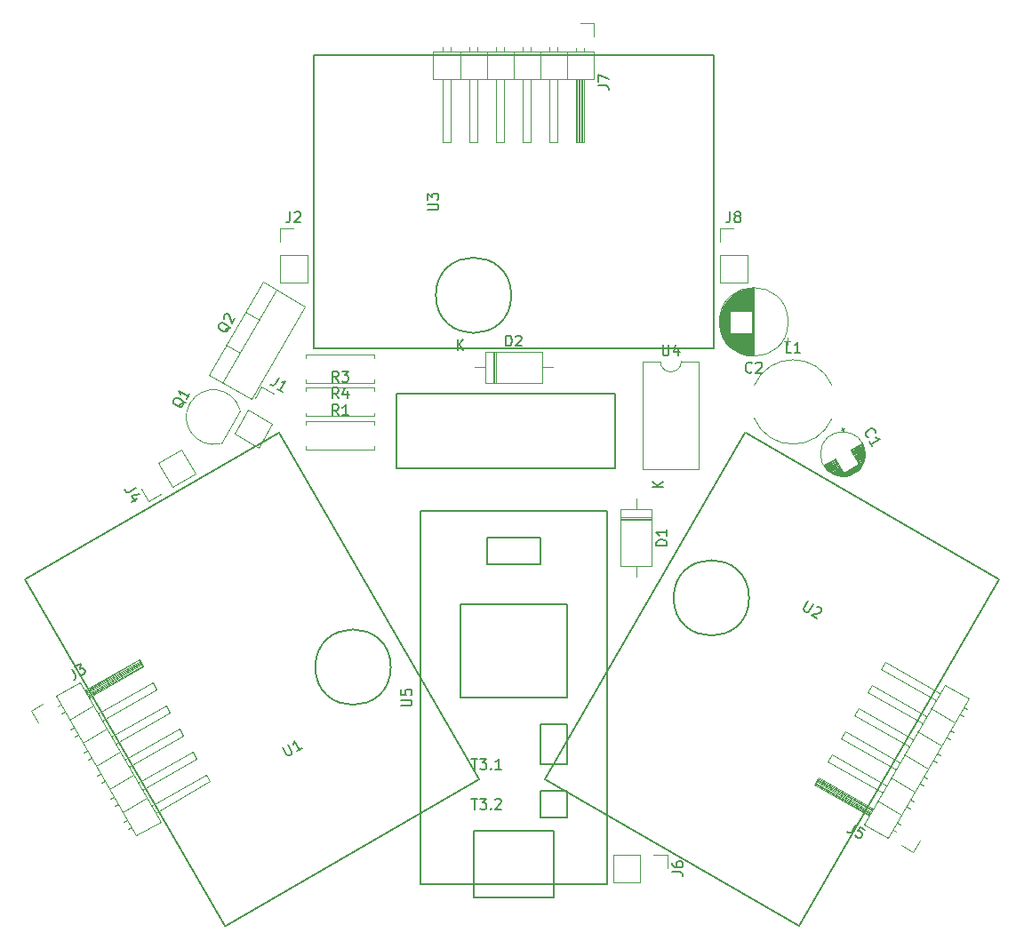
<source format=gto>
G04 #@! TF.GenerationSoftware,KiCad,Pcbnew,5.0.2-bee76a0~70~ubuntu18.04.1*
G04 #@! TF.CreationDate,2019-01-29T21:25:52+01:00*
G04 #@! TF.ProjectId,Robot Propulsion V2,526f626f-7420-4507-926f-70756c73696f,rev?*
G04 #@! TF.SameCoordinates,Original*
G04 #@! TF.FileFunction,Legend,Top*
G04 #@! TF.FilePolarity,Positive*
%FSLAX46Y46*%
G04 Gerber Fmt 4.6, Leading zero omitted, Abs format (unit mm)*
G04 Created by KiCad (PCBNEW 5.0.2-bee76a0~70~ubuntu18.04.1) date mar. 29 janv. 2019 21:25:52 CET*
%MOMM*%
%LPD*%
G01*
G04 APERTURE LIST*
%ADD10C,0.200000*%
%ADD11C,0.150000*%
%ADD12C,0.120000*%
G04 APERTURE END LIST*
D10*
X107874000Y-66068000D02*
X108382000Y-66068000D01*
X107874000Y-73180000D02*
X107874000Y-66068000D01*
X128702000Y-73180000D02*
X107874000Y-73180000D01*
X128702000Y-66068000D02*
X128702000Y-73180000D01*
X108382000Y-66068000D02*
X128702000Y-66068000D01*
D11*
G04 #@! TO.C,U2*
X165294054Y-83723216D02*
X141131946Y-69773216D01*
X146261375Y-116728784D02*
X165311375Y-83733216D01*
X122064625Y-102758784D02*
X146261375Y-116728784D01*
X141114625Y-69763216D02*
X122064625Y-102758784D01*
X141486137Y-85501443D02*
G75*
G03X141486137Y-85501443I-3592103J0D01*
G01*
G04 #@! TO.C,U5*
X127940000Y-112804000D02*
X110160000Y-112804000D01*
X127940000Y-77244000D02*
X127940000Y-112804000D01*
X110160000Y-77244000D02*
X127940000Y-77244000D01*
X110160000Y-112804000D02*
X110160000Y-77244000D01*
X124130000Y-86134000D02*
X124130000Y-95024000D01*
X113970000Y-86134000D02*
X113970000Y-95024000D01*
X113970000Y-95024000D02*
X124130000Y-95024000D01*
X124130000Y-86134000D02*
X113970000Y-86134000D01*
X116510000Y-82324000D02*
X116510000Y-79784000D01*
X121590000Y-82324000D02*
X116510000Y-82324000D01*
X121590000Y-79784000D02*
X121590000Y-82324000D01*
X116510000Y-79784000D02*
X121590000Y-79784000D01*
X121590000Y-106454000D02*
X124130000Y-106454000D01*
X121590000Y-103914000D02*
X121590000Y-106454000D01*
X124130000Y-103914000D02*
X121590000Y-103914000D01*
X124130000Y-106454000D02*
X124130000Y-103914000D01*
X122860000Y-107724000D02*
X122860000Y-112804000D01*
X115240000Y-107724000D02*
X115240000Y-112804000D01*
X122860000Y-107724000D02*
X115240000Y-107724000D01*
X121590000Y-101374000D02*
X124130000Y-101374000D01*
X121590000Y-97564000D02*
X121590000Y-101374000D01*
X124130000Y-97564000D02*
X121590000Y-97564000D01*
X124130000Y-101374000D02*
X124130000Y-97564000D01*
X115240000Y-114074000D02*
X115240000Y-112804000D01*
X122860000Y-114074000D02*
X115240000Y-114074000D01*
X122860000Y-112804000D02*
X122860000Y-114074000D01*
G04 #@! TO.C,U1*
X91601946Y-116718784D02*
X115764054Y-102768784D01*
X72534625Y-83733216D02*
X91584625Y-116728784D01*
X96731375Y-69763216D02*
X72534625Y-83733216D01*
X115781375Y-102758784D02*
X96731375Y-69763216D01*
X107354069Y-92100557D02*
G75*
G03X107354069Y-92100557I-3592103J0D01*
G01*
D12*
G04 #@! TO.C,D1*
X132204000Y-77844000D02*
X129264000Y-77844000D01*
X132204000Y-78084000D02*
X129264000Y-78084000D01*
X132204000Y-77964000D02*
X129264000Y-77964000D01*
X130734000Y-83524000D02*
X130734000Y-82504000D01*
X130734000Y-76044000D02*
X130734000Y-77064000D01*
X132204000Y-82504000D02*
X132204000Y-77064000D01*
X129264000Y-82504000D02*
X132204000Y-82504000D01*
X129264000Y-77064000D02*
X129264000Y-82504000D01*
X132204000Y-77064000D02*
X129264000Y-77064000D01*
G04 #@! TO.C,Q1*
X92986407Y-67597219D02*
G75*
G03X88223334Y-66970148I-2511407J-672929D01*
G01*
X91147929Y-70781555D02*
G75*
G02X88223334Y-66970148I-672929J2511407D01*
G01*
X91177147Y-70753993D02*
X92977147Y-67636302D01*
G04 #@! TO.C,U4*
X136686000Y-62960000D02*
X135036000Y-62960000D01*
X136686000Y-73240000D02*
X136686000Y-62960000D01*
X131386000Y-73240000D02*
X136686000Y-73240000D01*
X131386000Y-62960000D02*
X131386000Y-73240000D01*
X133036000Y-62960000D02*
X131386000Y-62960000D01*
X135036000Y-62960000D02*
G75*
G02X133036000Y-62960000I-1000000J0D01*
G01*
D11*
G04 #@! TO.C,U3*
X100000000Y-33830000D02*
X100000000Y-61730000D01*
X138100000Y-33810000D02*
X100000000Y-33810000D01*
X138100000Y-61750000D02*
X138100000Y-33810000D01*
X100000000Y-61750000D02*
X138100000Y-61750000D01*
X118832102Y-56670000D02*
G75*
G03X118832102Y-56670000I-3592102J0D01*
G01*
D12*
G04 #@! TO.C,J3*
X73119148Y-96255739D02*
X74219000Y-95620739D01*
X73754148Y-97355591D02*
X73119148Y-96255739D01*
X82297203Y-107526739D02*
X82641077Y-107328203D01*
X81917203Y-106868559D02*
X82261077Y-106670024D01*
X90140857Y-102998203D02*
X84944704Y-105998203D01*
X89760857Y-102340024D02*
X90140857Y-102998203D01*
X84564704Y-105340024D02*
X89760857Y-102340024D01*
X81816077Y-105899261D02*
X84119704Y-104569261D01*
X81027203Y-105327034D02*
X81371077Y-105128499D01*
X80647203Y-104668855D02*
X80991077Y-104470319D01*
X88870857Y-100798499D02*
X83674704Y-103798499D01*
X88490857Y-100140319D02*
X88870857Y-100798499D01*
X83294704Y-103140319D02*
X88490857Y-100140319D01*
X80546077Y-103699557D02*
X82849704Y-102369557D01*
X79757203Y-103127330D02*
X80101077Y-102928794D01*
X79377203Y-102469150D02*
X79721077Y-102270615D01*
X87600857Y-98598794D02*
X82404704Y-101598794D01*
X87220857Y-97940615D02*
X87600857Y-98598794D01*
X82024704Y-100940615D02*
X87220857Y-97940615D01*
X79276077Y-101499852D02*
X81579704Y-100169852D01*
X78487203Y-100927625D02*
X78831077Y-100729090D01*
X78107203Y-100269446D02*
X78451077Y-100070910D01*
X86330857Y-96399090D02*
X81134704Y-99399090D01*
X85950857Y-95740910D02*
X86330857Y-96399090D01*
X80754704Y-98740910D02*
X85950857Y-95740910D01*
X78006077Y-99300148D02*
X80309704Y-97970148D01*
X77217203Y-98727921D02*
X77561077Y-98529385D01*
X76837203Y-98069741D02*
X77181077Y-97871206D01*
X85060857Y-94199385D02*
X79864704Y-97199385D01*
X84680857Y-93541206D02*
X85060857Y-94199385D01*
X79484704Y-96541206D02*
X84680857Y-93541206D01*
X76736077Y-97100443D02*
X79039704Y-95770443D01*
X76005288Y-96494681D02*
X76291077Y-96329681D01*
X75625288Y-95836501D02*
X75911077Y-95671501D01*
X78544704Y-94913078D02*
X83740857Y-91913078D01*
X78484704Y-94809155D02*
X83680857Y-91809155D01*
X78424704Y-94705232D02*
X83620857Y-91705232D01*
X78364704Y-94601309D02*
X83560857Y-91601309D01*
X78304704Y-94497386D02*
X83500857Y-91497386D01*
X78244704Y-94393463D02*
X83440857Y-91393463D01*
X83790857Y-91999681D02*
X78594704Y-94999681D01*
X83410857Y-91341501D02*
X83790857Y-91999681D01*
X78214704Y-94341501D02*
X83410857Y-91341501D01*
X77739704Y-93518777D02*
X75436077Y-94848777D01*
X85419704Y-106820927D02*
X77739704Y-93518777D01*
X83116077Y-108150927D02*
X85419704Y-106820927D01*
X75436077Y-94848777D02*
X83116077Y-108150927D01*
G04 #@! TO.C,J5*
X157106852Y-109712852D02*
X156007000Y-109077852D01*
X157741852Y-108613000D02*
X157106852Y-109712852D01*
X162278797Y-96128923D02*
X161934923Y-95930388D01*
X161898797Y-96787103D02*
X161554923Y-96588567D01*
X154435143Y-91600388D02*
X159631296Y-94600388D01*
X154055143Y-92258567D02*
X154435143Y-91600388D01*
X159251296Y-95258567D02*
X154055143Y-92258567D01*
X161109923Y-97359330D02*
X158806296Y-96029330D01*
X161008797Y-98328628D02*
X160664923Y-98130092D01*
X160628797Y-98986807D02*
X160284923Y-98788272D01*
X153165143Y-93800092D02*
X158361296Y-96800092D01*
X152785143Y-94458272D02*
X153165143Y-93800092D01*
X157981296Y-97458272D02*
X152785143Y-94458272D01*
X159839923Y-99559034D02*
X157536296Y-98229034D01*
X159738797Y-100528332D02*
X159394923Y-100329797D01*
X159358797Y-101186512D02*
X159014923Y-100987976D01*
X151895143Y-95999797D02*
X157091296Y-98999797D01*
X151515143Y-96657976D02*
X151895143Y-95999797D01*
X156711296Y-99657976D02*
X151515143Y-96657976D01*
X158569923Y-101758739D02*
X156266296Y-100428739D01*
X158468797Y-102728037D02*
X158124923Y-102529501D01*
X158088797Y-103386216D02*
X157744923Y-103187681D01*
X150625143Y-98199501D02*
X155821296Y-101199501D01*
X150245143Y-98857681D02*
X150625143Y-98199501D01*
X155441296Y-101857681D02*
X150245143Y-98857681D01*
X157299923Y-103958443D02*
X154996296Y-102628443D01*
X157198797Y-104927741D02*
X156854923Y-104729206D01*
X156818797Y-105585921D02*
X156474923Y-105387385D01*
X149355143Y-100399206D02*
X154551296Y-103399206D01*
X148975143Y-101057385D02*
X149355143Y-100399206D01*
X154171296Y-104057385D02*
X148975143Y-101057385D01*
X156029923Y-106158148D02*
X153726296Y-104828148D01*
X155870712Y-107093910D02*
X155584923Y-106928910D01*
X155490712Y-107752090D02*
X155204923Y-107587090D01*
X153231296Y-105685513D02*
X148035143Y-102685513D01*
X153171296Y-105789436D02*
X147975143Y-102789436D01*
X153111296Y-105893359D02*
X147915143Y-102893359D01*
X153051296Y-105997282D02*
X147855143Y-102997282D01*
X152991296Y-106101205D02*
X147795143Y-103101205D01*
X152931296Y-106205128D02*
X147735143Y-103205128D01*
X148085143Y-102598910D02*
X153281296Y-105598910D01*
X147705143Y-103257090D02*
X148085143Y-102598910D01*
X152901296Y-106257090D02*
X147705143Y-103257090D01*
X152426296Y-107079814D02*
X154729923Y-108409814D01*
X160106296Y-93777664D02*
X152426296Y-107079814D01*
X162409923Y-95107664D02*
X160106296Y-93777664D01*
X154729923Y-108409814D02*
X162409923Y-95107664D01*
G04 #@! TO.C,J7*
X126670000Y-30698500D02*
X126670000Y-31968500D01*
X125400000Y-30698500D02*
X126670000Y-30698500D01*
X112320000Y-33011429D02*
X112320000Y-33408500D01*
X113080000Y-33011429D02*
X113080000Y-33408500D01*
X112320000Y-42068500D02*
X112320000Y-36068500D01*
X113080000Y-42068500D02*
X112320000Y-42068500D01*
X113080000Y-36068500D02*
X113080000Y-42068500D01*
X113970000Y-33408500D02*
X113970000Y-36068500D01*
X114860000Y-33011429D02*
X114860000Y-33408500D01*
X115620000Y-33011429D02*
X115620000Y-33408500D01*
X114860000Y-42068500D02*
X114860000Y-36068500D01*
X115620000Y-42068500D02*
X114860000Y-42068500D01*
X115620000Y-36068500D02*
X115620000Y-42068500D01*
X116510000Y-33408500D02*
X116510000Y-36068500D01*
X117400000Y-33011429D02*
X117400000Y-33408500D01*
X118160000Y-33011429D02*
X118160000Y-33408500D01*
X117400000Y-42068500D02*
X117400000Y-36068500D01*
X118160000Y-42068500D02*
X117400000Y-42068500D01*
X118160000Y-36068500D02*
X118160000Y-42068500D01*
X119050000Y-33408500D02*
X119050000Y-36068500D01*
X119940000Y-33011429D02*
X119940000Y-33408500D01*
X120700000Y-33011429D02*
X120700000Y-33408500D01*
X119940000Y-42068500D02*
X119940000Y-36068500D01*
X120700000Y-42068500D02*
X119940000Y-42068500D01*
X120700000Y-36068500D02*
X120700000Y-42068500D01*
X121590000Y-33408500D02*
X121590000Y-36068500D01*
X122480000Y-33011429D02*
X122480000Y-33408500D01*
X123240000Y-33011429D02*
X123240000Y-33408500D01*
X122480000Y-42068500D02*
X122480000Y-36068500D01*
X123240000Y-42068500D02*
X122480000Y-42068500D01*
X123240000Y-36068500D02*
X123240000Y-42068500D01*
X124130000Y-33408500D02*
X124130000Y-36068500D01*
X125020000Y-33078500D02*
X125020000Y-33408500D01*
X125780000Y-33078500D02*
X125780000Y-33408500D01*
X125120000Y-36068500D02*
X125120000Y-42068500D01*
X125240000Y-36068500D02*
X125240000Y-42068500D01*
X125360000Y-36068500D02*
X125360000Y-42068500D01*
X125480000Y-36068500D02*
X125480000Y-42068500D01*
X125600000Y-36068500D02*
X125600000Y-42068500D01*
X125720000Y-36068500D02*
X125720000Y-42068500D01*
X125020000Y-42068500D02*
X125020000Y-36068500D01*
X125780000Y-42068500D02*
X125020000Y-42068500D01*
X125780000Y-36068500D02*
X125780000Y-42068500D01*
X126730000Y-36068500D02*
X126730000Y-33408500D01*
X111370000Y-36068500D02*
X126730000Y-36068500D01*
X111370000Y-33408500D02*
X111370000Y-36068500D01*
X126730000Y-33408500D02*
X111370000Y-33408500D01*
G04 #@! TO.C,C1*
X150586205Y-69307519D02*
X150239795Y-69507519D01*
X150313000Y-69234314D02*
X150513000Y-69580724D01*
X151773929Y-73414718D02*
X151133071Y-73784718D01*
X151898556Y-73296577D02*
X150968444Y-73833577D01*
X151988541Y-73198436D02*
X150838459Y-73862436D01*
X152058608Y-73111795D02*
X150728392Y-73879795D01*
X152117416Y-73031654D02*
X150629584Y-73890654D01*
X152167564Y-72956513D02*
X150539436Y-73896513D01*
X152210784Y-72885372D02*
X150456216Y-73898372D01*
X152248807Y-72817231D02*
X150378193Y-73897231D01*
X152282501Y-72751590D02*
X150304499Y-73893590D01*
X152312730Y-72687949D02*
X150234270Y-73887949D01*
X152339496Y-72626308D02*
X150167504Y-73880308D01*
X152362797Y-72566667D02*
X150104203Y-73870667D01*
X152383500Y-72508526D02*
X150043500Y-73859526D01*
X150466039Y-73569385D02*
X149984529Y-73847385D01*
X152402471Y-72451385D02*
X151920961Y-72729385D01*
X150446039Y-73534744D02*
X149928155Y-73833744D01*
X152418845Y-72395744D02*
X151900961Y-72694744D01*
X150426039Y-73500103D02*
X149873514Y-73819103D01*
X152433486Y-72341103D02*
X151880961Y-72660103D01*
X150406039Y-73465462D02*
X149820605Y-73803462D01*
X152446395Y-72287462D02*
X151860961Y-72625462D01*
X150386039Y-73430821D02*
X149769429Y-73786821D01*
X152457571Y-72234821D02*
X151840961Y-72590821D01*
X150366039Y-73396180D02*
X149719118Y-73769680D01*
X152467882Y-72182680D02*
X151820961Y-72556180D01*
X150346039Y-73361539D02*
X149671405Y-73751039D01*
X152475595Y-72132039D02*
X151800961Y-72521539D01*
X150326039Y-73326898D02*
X149624558Y-73731898D01*
X152482442Y-72081898D02*
X151780961Y-72486898D01*
X150306039Y-73292257D02*
X149578577Y-73712257D01*
X152488423Y-72032257D02*
X151760961Y-72452257D01*
X150286039Y-73257616D02*
X149534329Y-73691616D01*
X152492671Y-71983616D02*
X151740961Y-72417616D01*
X150266039Y-73222975D02*
X149490946Y-73670475D01*
X152496054Y-71935475D02*
X151720961Y-72382975D01*
X150246039Y-73188334D02*
X149449295Y-73648334D01*
X152497705Y-71888334D02*
X151700961Y-72348334D01*
X150226039Y-73153693D02*
X149407645Y-73626193D01*
X152499355Y-71841193D02*
X151680961Y-72313693D01*
X150206039Y-73119051D02*
X149367726Y-73603051D01*
X152499274Y-71795051D02*
X151660961Y-72279051D01*
X150186039Y-73084410D02*
X149328674Y-73579410D01*
X152498326Y-71749410D02*
X151640961Y-72244410D01*
X150166039Y-73049769D02*
X149290487Y-73555269D01*
X152496513Y-71704269D02*
X151620961Y-72209769D01*
X150146039Y-73015128D02*
X149254032Y-73530128D01*
X152492968Y-71660128D02*
X151600961Y-72175128D01*
X150126039Y-72980487D02*
X149217578Y-73504987D01*
X152489422Y-71615987D02*
X151580961Y-72140487D01*
X150106039Y-72945846D02*
X149181990Y-73479346D01*
X152485010Y-71572346D02*
X151560961Y-72105846D01*
X150086039Y-72911205D02*
X149147267Y-73453205D01*
X152479733Y-71529205D02*
X151540961Y-72071205D01*
X150066039Y-72876564D02*
X149113411Y-73426564D01*
X152473589Y-71486564D02*
X151520961Y-72036564D01*
X150046039Y-72841923D02*
X149081286Y-73398923D01*
X152465714Y-71444923D02*
X151500961Y-72001923D01*
X150025539Y-72806416D02*
X149048662Y-73370416D01*
X152457338Y-71402416D02*
X151480461Y-71966416D01*
X150005539Y-72771775D02*
X149016538Y-73342775D01*
X152449462Y-71360775D02*
X151460461Y-71931775D01*
X149985539Y-72737134D02*
X148986145Y-73314134D01*
X152439855Y-71320134D02*
X151440461Y-71897134D01*
X149965539Y-72702493D02*
X148956619Y-73284993D01*
X152429381Y-71279993D02*
X151420461Y-71862493D01*
X149945539Y-72667852D02*
X148927093Y-73255852D01*
X152418907Y-71239852D02*
X151400461Y-71827852D01*
X149925539Y-72633211D02*
X148899299Y-73225711D01*
X152406701Y-71200711D02*
X151380461Y-71793211D01*
X149905539Y-72598570D02*
X148871504Y-73195570D01*
X152394496Y-71161570D02*
X151360461Y-71758570D01*
X149885539Y-72563929D02*
X148844576Y-73164929D01*
X152381424Y-71122929D02*
X151340461Y-71723929D01*
X149865539Y-72529288D02*
X148817648Y-73134288D01*
X152368352Y-71084288D02*
X151320461Y-71689288D01*
X149845539Y-72494647D02*
X148792452Y-73102647D01*
X152353548Y-71046647D02*
X151300461Y-71654647D01*
X149825539Y-72460006D02*
X148767256Y-73071006D01*
X152338744Y-71009006D02*
X151280461Y-71620006D01*
X149805539Y-72425365D02*
X148742925Y-73038865D01*
X152323075Y-70971865D02*
X151260461Y-71585365D01*
X149785539Y-72390724D02*
X148719461Y-73006224D01*
X152306539Y-70935224D02*
X151240461Y-71550724D01*
X149765539Y-72356083D02*
X148696863Y-72973083D01*
X152289137Y-70899083D02*
X151220461Y-71516083D01*
X149745539Y-72321442D02*
X148674265Y-72939942D01*
X152271735Y-70862942D02*
X151200461Y-71481442D01*
X152253467Y-70827301D02*
X151180461Y-71446801D01*
X149725539Y-72286801D02*
X148652533Y-72906301D01*
X152234333Y-70792160D02*
X151160461Y-71412160D01*
X149705539Y-72252160D02*
X148631667Y-72872160D01*
X152214333Y-70757519D02*
X151140461Y-71377519D01*
X149685539Y-72217519D02*
X148611667Y-72837519D01*
X152533000Y-71797519D02*
G75*
G03X152533000Y-71797519I-2120000J0D01*
G01*
G04 #@! TO.C,C2*
X145115241Y-61364000D02*
X145115241Y-60734000D01*
X145430241Y-61049000D02*
X144800241Y-61049000D01*
X138689000Y-59612000D02*
X138689000Y-58808000D01*
X138729000Y-59843000D02*
X138729000Y-58577000D01*
X138769000Y-60012000D02*
X138769000Y-58408000D01*
X138809000Y-60150000D02*
X138809000Y-58270000D01*
X138849000Y-60269000D02*
X138849000Y-58151000D01*
X138889000Y-60375000D02*
X138889000Y-58045000D01*
X138929000Y-60472000D02*
X138929000Y-57948000D01*
X138969000Y-60560000D02*
X138969000Y-57860000D01*
X139009000Y-60642000D02*
X139009000Y-57778000D01*
X139049000Y-60719000D02*
X139049000Y-57701000D01*
X139089000Y-60791000D02*
X139089000Y-57629000D01*
X139129000Y-60860000D02*
X139129000Y-57560000D01*
X139169000Y-60924000D02*
X139169000Y-57496000D01*
X139209000Y-60986000D02*
X139209000Y-57434000D01*
X139249000Y-61044000D02*
X139249000Y-57376000D01*
X139289000Y-61100000D02*
X139289000Y-57320000D01*
X139329000Y-61154000D02*
X139329000Y-57266000D01*
X139369000Y-61205000D02*
X139369000Y-57215000D01*
X139409000Y-61254000D02*
X139409000Y-57166000D01*
X139449000Y-61302000D02*
X139449000Y-57118000D01*
X139489000Y-61347000D02*
X139489000Y-57073000D01*
X139529000Y-61392000D02*
X139529000Y-57028000D01*
X139569000Y-61434000D02*
X139569000Y-56986000D01*
X139609000Y-61475000D02*
X139609000Y-56945000D01*
X139649000Y-58170000D02*
X139649000Y-56905000D01*
X139649000Y-61515000D02*
X139649000Y-60250000D01*
X139689000Y-58170000D02*
X139689000Y-56867000D01*
X139689000Y-61553000D02*
X139689000Y-60250000D01*
X139729000Y-58170000D02*
X139729000Y-56830000D01*
X139729000Y-61590000D02*
X139729000Y-60250000D01*
X139769000Y-58170000D02*
X139769000Y-56794000D01*
X139769000Y-61626000D02*
X139769000Y-60250000D01*
X139809000Y-58170000D02*
X139809000Y-56760000D01*
X139809000Y-61660000D02*
X139809000Y-60250000D01*
X139849000Y-58170000D02*
X139849000Y-56726000D01*
X139849000Y-61694000D02*
X139849000Y-60250000D01*
X139889000Y-58170000D02*
X139889000Y-56694000D01*
X139889000Y-61726000D02*
X139889000Y-60250000D01*
X139929000Y-58170000D02*
X139929000Y-56662000D01*
X139929000Y-61758000D02*
X139929000Y-60250000D01*
X139969000Y-58170000D02*
X139969000Y-56632000D01*
X139969000Y-61788000D02*
X139969000Y-60250000D01*
X140009000Y-58170000D02*
X140009000Y-56603000D01*
X140009000Y-61817000D02*
X140009000Y-60250000D01*
X140049000Y-58170000D02*
X140049000Y-56574000D01*
X140049000Y-61846000D02*
X140049000Y-60250000D01*
X140089000Y-58170000D02*
X140089000Y-56546000D01*
X140089000Y-61874000D02*
X140089000Y-60250000D01*
X140129000Y-58170000D02*
X140129000Y-56520000D01*
X140129000Y-61900000D02*
X140129000Y-60250000D01*
X140169000Y-58170000D02*
X140169000Y-56494000D01*
X140169000Y-61926000D02*
X140169000Y-60250000D01*
X140209000Y-58170000D02*
X140209000Y-56468000D01*
X140209000Y-61952000D02*
X140209000Y-60250000D01*
X140249000Y-58170000D02*
X140249000Y-56444000D01*
X140249000Y-61976000D02*
X140249000Y-60250000D01*
X140289000Y-58170000D02*
X140289000Y-56420000D01*
X140289000Y-62000000D02*
X140289000Y-60250000D01*
X140329000Y-58170000D02*
X140329000Y-56398000D01*
X140329000Y-62022000D02*
X140329000Y-60250000D01*
X140369000Y-58170000D02*
X140369000Y-56376000D01*
X140369000Y-62044000D02*
X140369000Y-60250000D01*
X140409000Y-58170000D02*
X140409000Y-56354000D01*
X140409000Y-62066000D02*
X140409000Y-60250000D01*
X140449000Y-58170000D02*
X140449000Y-56334000D01*
X140449000Y-62086000D02*
X140449000Y-60250000D01*
X140489000Y-58170000D02*
X140489000Y-56314000D01*
X140489000Y-62106000D02*
X140489000Y-60250000D01*
X140529000Y-58170000D02*
X140529000Y-56294000D01*
X140529000Y-62126000D02*
X140529000Y-60250000D01*
X140569000Y-58170000D02*
X140569000Y-56276000D01*
X140569000Y-62144000D02*
X140569000Y-60250000D01*
X140609000Y-58170000D02*
X140609000Y-56258000D01*
X140609000Y-62162000D02*
X140609000Y-60250000D01*
X140649000Y-58170000D02*
X140649000Y-56240000D01*
X140649000Y-62180000D02*
X140649000Y-60250000D01*
X140689000Y-58170000D02*
X140689000Y-56224000D01*
X140689000Y-62196000D02*
X140689000Y-60250000D01*
X140729000Y-58170000D02*
X140729000Y-56208000D01*
X140729000Y-62212000D02*
X140729000Y-60250000D01*
X140769000Y-58170000D02*
X140769000Y-56192000D01*
X140769000Y-62228000D02*
X140769000Y-60250000D01*
X140809000Y-58170000D02*
X140809000Y-56177000D01*
X140809000Y-62243000D02*
X140809000Y-60250000D01*
X140849000Y-58170000D02*
X140849000Y-56163000D01*
X140849000Y-62257000D02*
X140849000Y-60250000D01*
X140889000Y-58170000D02*
X140889000Y-56149000D01*
X140889000Y-62271000D02*
X140889000Y-60250000D01*
X140929000Y-58170000D02*
X140929000Y-56136000D01*
X140929000Y-62284000D02*
X140929000Y-60250000D01*
X140969000Y-58170000D02*
X140969000Y-56124000D01*
X140969000Y-62296000D02*
X140969000Y-60250000D01*
X141009000Y-58170000D02*
X141009000Y-56112000D01*
X141009000Y-62308000D02*
X141009000Y-60250000D01*
X141049000Y-58170000D02*
X141049000Y-56100000D01*
X141049000Y-62320000D02*
X141049000Y-60250000D01*
X141089000Y-58170000D02*
X141089000Y-56089000D01*
X141089000Y-62331000D02*
X141089000Y-60250000D01*
X141129000Y-58170000D02*
X141129000Y-56079000D01*
X141129000Y-62341000D02*
X141129000Y-60250000D01*
X141169000Y-58170000D02*
X141169000Y-56069000D01*
X141169000Y-62351000D02*
X141169000Y-60250000D01*
X141209000Y-58170000D02*
X141209000Y-56060000D01*
X141209000Y-62360000D02*
X141209000Y-60250000D01*
X141250000Y-58170000D02*
X141250000Y-56051000D01*
X141250000Y-62369000D02*
X141250000Y-60250000D01*
X141290000Y-58170000D02*
X141290000Y-56043000D01*
X141290000Y-62377000D02*
X141290000Y-60250000D01*
X141330000Y-58170000D02*
X141330000Y-56035000D01*
X141330000Y-62385000D02*
X141330000Y-60250000D01*
X141370000Y-58170000D02*
X141370000Y-56028000D01*
X141370000Y-62392000D02*
X141370000Y-60250000D01*
X141410000Y-58170000D02*
X141410000Y-56021000D01*
X141410000Y-62399000D02*
X141410000Y-60250000D01*
X141450000Y-58170000D02*
X141450000Y-56015000D01*
X141450000Y-62405000D02*
X141450000Y-60250000D01*
X141490000Y-58170000D02*
X141490000Y-56009000D01*
X141490000Y-62411000D02*
X141490000Y-60250000D01*
X141530000Y-58170000D02*
X141530000Y-56004000D01*
X141530000Y-62416000D02*
X141530000Y-60250000D01*
X141570000Y-58170000D02*
X141570000Y-55999000D01*
X141570000Y-62421000D02*
X141570000Y-60250000D01*
X141610000Y-58170000D02*
X141610000Y-55995000D01*
X141610000Y-62425000D02*
X141610000Y-60250000D01*
X141650000Y-58170000D02*
X141650000Y-55992000D01*
X141650000Y-62428000D02*
X141650000Y-60250000D01*
X141690000Y-58170000D02*
X141690000Y-55988000D01*
X141690000Y-62432000D02*
X141690000Y-60250000D01*
X141730000Y-62434000D02*
X141730000Y-55986000D01*
X141770000Y-62437000D02*
X141770000Y-55983000D01*
X141810000Y-62438000D02*
X141810000Y-55982000D01*
X141850000Y-62440000D02*
X141850000Y-55980000D01*
X141890000Y-62440000D02*
X141890000Y-55980000D01*
X141930000Y-62440000D02*
X141930000Y-55980000D01*
X145200000Y-59210000D02*
G75*
G03X145200000Y-59210000I-3270000J0D01*
G01*
G04 #@! TO.C,D2*
X117110000Y-62058000D02*
X117110000Y-64998000D01*
X117350000Y-62058000D02*
X117350000Y-64998000D01*
X117230000Y-62058000D02*
X117230000Y-64998000D01*
X122790000Y-63528000D02*
X121770000Y-63528000D01*
X115310000Y-63528000D02*
X116330000Y-63528000D01*
X121770000Y-62058000D02*
X116330000Y-62058000D01*
X121770000Y-64998000D02*
X121770000Y-62058000D01*
X116330000Y-64998000D02*
X121770000Y-64998000D01*
X116330000Y-62058000D02*
X116330000Y-64998000D01*
G04 #@! TO.C,L1*
X149384970Y-68390000D02*
G75*
G02X141975030Y-68390000I-3704970J1560000D01*
G01*
X149384970Y-65270000D02*
G75*
G03X141975030Y-65270000I-3704970J-1560000D01*
G01*
G04 #@! TO.C,R1*
X105810000Y-71375000D02*
X105810000Y-71045000D01*
X99270000Y-71375000D02*
X105810000Y-71375000D01*
X99270000Y-71045000D02*
X99270000Y-71375000D01*
X105810000Y-68635000D02*
X105810000Y-68965000D01*
X99270000Y-68635000D02*
X105810000Y-68635000D01*
X99270000Y-68965000D02*
X99270000Y-68635000D01*
G04 #@! TO.C,R3*
X105810000Y-68200000D02*
X105810000Y-67870000D01*
X99270000Y-68200000D02*
X105810000Y-68200000D01*
X99270000Y-67870000D02*
X99270000Y-68200000D01*
X105810000Y-65460000D02*
X105810000Y-65790000D01*
X99270000Y-65460000D02*
X105810000Y-65460000D01*
X99270000Y-65790000D02*
X99270000Y-65460000D01*
G04 #@! TO.C,R4*
X99270000Y-62285000D02*
X99270000Y-62615000D01*
X105810000Y-62285000D02*
X99270000Y-62285000D01*
X105810000Y-62615000D02*
X105810000Y-62285000D01*
X99270000Y-65025000D02*
X99270000Y-64695000D01*
X105810000Y-65025000D02*
X99270000Y-65025000D01*
X105810000Y-64695000D02*
X105810000Y-65025000D01*
G04 #@! TO.C,Q2*
X93521597Y-58217282D02*
X94829295Y-58972282D01*
X91671097Y-61422442D02*
X92978795Y-62177442D01*
X91343795Y-65009346D02*
X96463795Y-56141245D01*
X95156097Y-55386245D02*
X99175321Y-57706745D01*
X90036097Y-64254346D02*
X94055321Y-66574846D01*
X94055321Y-66574846D02*
X99175321Y-57706745D01*
X90036097Y-64254346D02*
X95156097Y-55386245D01*
G04 #@! TO.C,J1*
X95068186Y-65353481D02*
X96220000Y-66018481D01*
X94403186Y-66505295D02*
X95068186Y-65353481D01*
X93768186Y-67605147D02*
X96071814Y-68935147D01*
X96071814Y-68935147D02*
X94771814Y-71186813D01*
X93768186Y-67605147D02*
X92468186Y-69856813D01*
X92468186Y-69856813D02*
X94771814Y-71186813D01*
G04 #@! TO.C,J2*
X96765000Y-50260000D02*
X98095000Y-50260000D01*
X96765000Y-51590000D02*
X96765000Y-50260000D01*
X96765000Y-52860000D02*
X99425000Y-52860000D01*
X99425000Y-52860000D02*
X99425000Y-55460000D01*
X96765000Y-52860000D02*
X96765000Y-55460000D01*
X96765000Y-55460000D02*
X99425000Y-55460000D01*
G04 #@! TO.C,J6*
X133715000Y-109950000D02*
X133715000Y-111280000D01*
X132385000Y-109950000D02*
X133715000Y-109950000D01*
X131115000Y-109950000D02*
X131115000Y-112610000D01*
X131115000Y-112610000D02*
X128515000Y-112610000D01*
X131115000Y-109950000D02*
X128515000Y-109950000D01*
X128515000Y-109950000D02*
X128515000Y-112610000D01*
G04 #@! TO.C,J8*
X138675000Y-50260000D02*
X140005000Y-50260000D01*
X138675000Y-51590000D02*
X138675000Y-50260000D01*
X138675000Y-52860000D02*
X141335000Y-52860000D01*
X141335000Y-52860000D02*
X141335000Y-55460000D01*
X138675000Y-52860000D02*
X138675000Y-55460000D01*
X138675000Y-55460000D02*
X141335000Y-55460000D01*
G04 #@! TO.C,J4*
X84273186Y-76266814D02*
X83608186Y-75115000D01*
X85425000Y-75601814D02*
X84273186Y-76266814D01*
X86524852Y-74966814D02*
X85194852Y-72663186D01*
X85194852Y-72663186D02*
X87446518Y-71363186D01*
X86524852Y-74966814D02*
X88776518Y-73666814D01*
X88776518Y-73666814D02*
X87446518Y-71363186D01*
G04 #@! TO.C,U2*
D11*
X147111980Y-85791681D02*
X146707218Y-86492749D01*
X146700838Y-86599037D01*
X146718268Y-86664086D01*
X146776937Y-86752945D01*
X146941895Y-86848183D01*
X147048183Y-86854562D01*
X147113232Y-86837133D01*
X147202090Y-86778464D01*
X147606852Y-86077395D01*
X147930387Y-86374160D02*
X147995435Y-86356730D01*
X148101723Y-86363110D01*
X148307920Y-86482157D01*
X148366589Y-86571016D01*
X148384019Y-86636064D01*
X148377639Y-86742353D01*
X148330020Y-86824831D01*
X148217352Y-86924740D01*
X147436766Y-87133897D01*
X147972877Y-87443421D01*
G04 #@! TO.C,U5*
X108342380Y-95785904D02*
X109151904Y-95785904D01*
X109247142Y-95738285D01*
X109294761Y-95690666D01*
X109342380Y-95595428D01*
X109342380Y-95404952D01*
X109294761Y-95309714D01*
X109247142Y-95262095D01*
X109151904Y-95214476D01*
X108342380Y-95214476D01*
X108342380Y-94262095D02*
X108342380Y-94738285D01*
X108818571Y-94785904D01*
X108770952Y-94738285D01*
X108723333Y-94643047D01*
X108723333Y-94404952D01*
X108770952Y-94309714D01*
X108818571Y-94262095D01*
X108913809Y-94214476D01*
X109151904Y-94214476D01*
X109247142Y-94262095D01*
X109294761Y-94309714D01*
X109342380Y-94404952D01*
X109342380Y-94643047D01*
X109294761Y-94738285D01*
X109247142Y-94785904D01*
X115033809Y-100826380D02*
X115605238Y-100826380D01*
X115319523Y-101826380D02*
X115319523Y-100826380D01*
X115843333Y-100826380D02*
X116462380Y-100826380D01*
X116129047Y-101207333D01*
X116271904Y-101207333D01*
X116367142Y-101254952D01*
X116414761Y-101302571D01*
X116462380Y-101397809D01*
X116462380Y-101635904D01*
X116414761Y-101731142D01*
X116367142Y-101778761D01*
X116271904Y-101826380D01*
X115986190Y-101826380D01*
X115890952Y-101778761D01*
X115843333Y-101731142D01*
X116890952Y-101731142D02*
X116938571Y-101778761D01*
X116890952Y-101826380D01*
X116843333Y-101778761D01*
X116890952Y-101731142D01*
X116890952Y-101826380D01*
X117890952Y-101826380D02*
X117319523Y-101826380D01*
X117605238Y-101826380D02*
X117605238Y-100826380D01*
X117510000Y-100969238D01*
X117414761Y-101064476D01*
X117319523Y-101112095D01*
X115033809Y-104636380D02*
X115605238Y-104636380D01*
X115319523Y-105636380D02*
X115319523Y-104636380D01*
X115843333Y-104636380D02*
X116462380Y-104636380D01*
X116129047Y-105017333D01*
X116271904Y-105017333D01*
X116367142Y-105064952D01*
X116414761Y-105112571D01*
X116462380Y-105207809D01*
X116462380Y-105445904D01*
X116414761Y-105541142D01*
X116367142Y-105588761D01*
X116271904Y-105636380D01*
X115986190Y-105636380D01*
X115890952Y-105588761D01*
X115843333Y-105541142D01*
X116890952Y-105541142D02*
X116938571Y-105588761D01*
X116890952Y-105636380D01*
X116843333Y-105588761D01*
X116890952Y-105541142D01*
X116890952Y-105636380D01*
X117319523Y-104731619D02*
X117367142Y-104684000D01*
X117462380Y-104636380D01*
X117700476Y-104636380D01*
X117795714Y-104684000D01*
X117843333Y-104731619D01*
X117890952Y-104826857D01*
X117890952Y-104922095D01*
X117843333Y-105064952D01*
X117271904Y-105636380D01*
X117890952Y-105636380D01*
G04 #@! TO.C,U1*
X97034361Y-99751814D02*
X97439123Y-100452882D01*
X97527981Y-100511551D01*
X97593030Y-100528981D01*
X97699318Y-100522601D01*
X97864276Y-100427363D01*
X97922945Y-100338505D01*
X97940374Y-100273456D01*
X97933995Y-100167168D01*
X97529233Y-99466100D01*
X98895258Y-99832125D02*
X98400387Y-100117839D01*
X98647822Y-99974982D02*
X98147822Y-99108957D01*
X98136772Y-99280294D01*
X98101913Y-99410391D01*
X98043244Y-99499250D01*
G04 #@! TO.C,D1*
X133656380Y-80522095D02*
X132656380Y-80522095D01*
X132656380Y-80284000D01*
X132704000Y-80141142D01*
X132799238Y-80045904D01*
X132894476Y-79998285D01*
X133084952Y-79950666D01*
X133227809Y-79950666D01*
X133418285Y-79998285D01*
X133513523Y-80045904D01*
X133608761Y-80141142D01*
X133656380Y-80284000D01*
X133656380Y-80522095D01*
X133656380Y-78998285D02*
X133656380Y-79569714D01*
X133656380Y-79284000D02*
X132656380Y-79284000D01*
X132799238Y-79379238D01*
X132894476Y-79474476D01*
X132942095Y-79569714D01*
X133286380Y-74965904D02*
X132286380Y-74965904D01*
X133286380Y-74394476D02*
X132714952Y-74823047D01*
X132286380Y-74394476D02*
X132857809Y-74965904D01*
G04 #@! TO.C,Q1*
X87818582Y-66846436D02*
X87729724Y-66905105D01*
X87599626Y-66939964D01*
X87404480Y-66992254D01*
X87315622Y-67050923D01*
X87268003Y-67133401D01*
X87498009Y-67211210D02*
X87409150Y-67269879D01*
X87279053Y-67304738D01*
X87090286Y-67250739D01*
X86801611Y-67084073D01*
X86660463Y-66947595D01*
X86625603Y-66817498D01*
X86631983Y-66711210D01*
X86727221Y-66546252D01*
X86816080Y-66487583D01*
X86946177Y-66452724D01*
X87134944Y-66506723D01*
X87423619Y-66673389D01*
X87564767Y-66809867D01*
X87599626Y-66939964D01*
X87593247Y-67046252D01*
X87498009Y-67211210D01*
X88188485Y-66015270D02*
X87902771Y-66510141D01*
X88045628Y-66262706D02*
X87179602Y-65762706D01*
X87255701Y-65916613D01*
X87290561Y-66046710D01*
X87284181Y-66152999D01*
G04 #@! TO.C,U4*
X133274095Y-61412380D02*
X133274095Y-62221904D01*
X133321714Y-62317142D01*
X133369333Y-62364761D01*
X133464571Y-62412380D01*
X133655047Y-62412380D01*
X133750285Y-62364761D01*
X133797904Y-62317142D01*
X133845523Y-62221904D01*
X133845523Y-61412380D01*
X134750285Y-61745714D02*
X134750285Y-62412380D01*
X134512190Y-61364761D02*
X134274095Y-62079047D01*
X134893142Y-62079047D01*
G04 #@! TO.C,U3*
X110882380Y-48541904D02*
X111691904Y-48541904D01*
X111787142Y-48494285D01*
X111834761Y-48446666D01*
X111882380Y-48351428D01*
X111882380Y-48160952D01*
X111834761Y-48065714D01*
X111787142Y-48018095D01*
X111691904Y-47970476D01*
X110882380Y-47970476D01*
X110882380Y-47589523D02*
X110882380Y-46970476D01*
X111263333Y-47303809D01*
X111263333Y-47160952D01*
X111310952Y-47065714D01*
X111358571Y-47018095D01*
X111453809Y-46970476D01*
X111691904Y-46970476D01*
X111787142Y-47018095D01*
X111834761Y-47065714D01*
X111882380Y-47160952D01*
X111882380Y-47446666D01*
X111834761Y-47541904D01*
X111787142Y-47589523D01*
G04 #@! TO.C,J3*
X76954036Y-92254627D02*
X77311179Y-92873217D01*
X77341368Y-93020744D01*
X77306508Y-93150842D01*
X77206600Y-93263510D01*
X77124121Y-93311129D01*
X77283950Y-92064151D02*
X77820061Y-91754627D01*
X77721862Y-92251208D01*
X77845580Y-92179780D01*
X77951868Y-92173400D01*
X78016917Y-92190830D01*
X78105776Y-92249499D01*
X78224823Y-92455695D01*
X78231203Y-92561983D01*
X78213773Y-92627032D01*
X78155104Y-92715891D01*
X77907668Y-92858748D01*
X77801380Y-92865128D01*
X77736331Y-92847698D01*
G04 #@! TO.C,J5*
X151694613Y-107110459D02*
X151337470Y-107729048D01*
X151224802Y-107828957D01*
X151094704Y-107863816D01*
X150947177Y-107833627D01*
X150864698Y-107786008D01*
X152519399Y-107586649D02*
X152107006Y-107348554D01*
X151827671Y-107737138D01*
X151892720Y-107719708D01*
X151999008Y-107726088D01*
X152205205Y-107845135D01*
X152263874Y-107933994D01*
X152281304Y-107999042D01*
X152274924Y-108105330D01*
X152155876Y-108311527D01*
X152067018Y-108370196D01*
X152001969Y-108387626D01*
X151895681Y-108381246D01*
X151689485Y-108262199D01*
X151630815Y-108173340D01*
X151613386Y-108108291D01*
G04 #@! TO.C,J7*
X127122380Y-36686833D02*
X127836666Y-36686833D01*
X127979523Y-36734452D01*
X128074761Y-36829690D01*
X128122380Y-36972547D01*
X128122380Y-37067785D01*
X127122380Y-36305880D02*
X127122380Y-35639214D01*
X128122380Y-36067785D01*
G04 #@! TO.C,C1*
X152834954Y-70206752D02*
X152769906Y-70189323D01*
X152657238Y-70089414D01*
X152609619Y-70006936D01*
X152579429Y-69859408D01*
X152614289Y-69729310D01*
X152672958Y-69640452D01*
X152814106Y-69503975D01*
X152937824Y-69432546D01*
X153126590Y-69378547D01*
X153232878Y-69372168D01*
X153362976Y-69407027D01*
X153475644Y-69506936D01*
X153523263Y-69589414D01*
X153553452Y-69736942D01*
X153536023Y-69801990D01*
X153228666Y-71079158D02*
X152942952Y-70584286D01*
X153085809Y-70831722D02*
X153951835Y-70331722D01*
X153780498Y-70320672D01*
X153650400Y-70285812D01*
X153561542Y-70227143D01*
G04 #@! TO.C,C2*
X141763333Y-63967142D02*
X141715714Y-64014761D01*
X141572857Y-64062380D01*
X141477619Y-64062380D01*
X141334761Y-64014761D01*
X141239523Y-63919523D01*
X141191904Y-63824285D01*
X141144285Y-63633809D01*
X141144285Y-63490952D01*
X141191904Y-63300476D01*
X141239523Y-63205238D01*
X141334761Y-63110000D01*
X141477619Y-63062380D01*
X141572857Y-63062380D01*
X141715714Y-63110000D01*
X141763333Y-63157619D01*
X142144285Y-63157619D02*
X142191904Y-63110000D01*
X142287142Y-63062380D01*
X142525238Y-63062380D01*
X142620476Y-63110000D01*
X142668095Y-63157619D01*
X142715714Y-63252857D01*
X142715714Y-63348095D01*
X142668095Y-63490952D01*
X142096666Y-64062380D01*
X142715714Y-64062380D01*
G04 #@! TO.C,D2*
X118311904Y-61510380D02*
X118311904Y-60510380D01*
X118550000Y-60510380D01*
X118692857Y-60558000D01*
X118788095Y-60653238D01*
X118835714Y-60748476D01*
X118883333Y-60938952D01*
X118883333Y-61081809D01*
X118835714Y-61272285D01*
X118788095Y-61367523D01*
X118692857Y-61462761D01*
X118550000Y-61510380D01*
X118311904Y-61510380D01*
X119264285Y-60605619D02*
X119311904Y-60558000D01*
X119407142Y-60510380D01*
X119645238Y-60510380D01*
X119740476Y-60558000D01*
X119788095Y-60605619D01*
X119835714Y-60700857D01*
X119835714Y-60796095D01*
X119788095Y-60938952D01*
X119216666Y-61510380D01*
X119835714Y-61510380D01*
X113708095Y-61880380D02*
X113708095Y-60880380D01*
X114279523Y-61880380D02*
X113850952Y-61308952D01*
X114279523Y-60880380D02*
X113708095Y-61451809D01*
G04 #@! TO.C,L1*
X145513333Y-62132380D02*
X145037142Y-62132380D01*
X145037142Y-61132380D01*
X146370476Y-62132380D02*
X145799047Y-62132380D01*
X146084761Y-62132380D02*
X146084761Y-61132380D01*
X145989523Y-61275238D01*
X145894285Y-61370476D01*
X145799047Y-61418095D01*
G04 #@! TO.C,R1*
X102373333Y-68087380D02*
X102040000Y-67611190D01*
X101801904Y-68087380D02*
X101801904Y-67087380D01*
X102182857Y-67087380D01*
X102278095Y-67135000D01*
X102325714Y-67182619D01*
X102373333Y-67277857D01*
X102373333Y-67420714D01*
X102325714Y-67515952D01*
X102278095Y-67563571D01*
X102182857Y-67611190D01*
X101801904Y-67611190D01*
X103325714Y-68087380D02*
X102754285Y-68087380D01*
X103040000Y-68087380D02*
X103040000Y-67087380D01*
X102944761Y-67230238D01*
X102849523Y-67325476D01*
X102754285Y-67373095D01*
G04 #@! TO.C,R3*
X102373333Y-64912380D02*
X102040000Y-64436190D01*
X101801904Y-64912380D02*
X101801904Y-63912380D01*
X102182857Y-63912380D01*
X102278095Y-63960000D01*
X102325714Y-64007619D01*
X102373333Y-64102857D01*
X102373333Y-64245714D01*
X102325714Y-64340952D01*
X102278095Y-64388571D01*
X102182857Y-64436190D01*
X101801904Y-64436190D01*
X102706666Y-63912380D02*
X103325714Y-63912380D01*
X102992380Y-64293333D01*
X103135238Y-64293333D01*
X103230476Y-64340952D01*
X103278095Y-64388571D01*
X103325714Y-64483809D01*
X103325714Y-64721904D01*
X103278095Y-64817142D01*
X103230476Y-64864761D01*
X103135238Y-64912380D01*
X102849523Y-64912380D01*
X102754285Y-64864761D01*
X102706666Y-64817142D01*
G04 #@! TO.C,R4*
X102373333Y-66477380D02*
X102040000Y-66001190D01*
X101801904Y-66477380D02*
X101801904Y-65477380D01*
X102182857Y-65477380D01*
X102278095Y-65525000D01*
X102325714Y-65572619D01*
X102373333Y-65667857D01*
X102373333Y-65810714D01*
X102325714Y-65905952D01*
X102278095Y-65953571D01*
X102182857Y-66001190D01*
X101801904Y-66001190D01*
X103230476Y-65810714D02*
X103230476Y-66477380D01*
X102992380Y-65429761D02*
X102754285Y-66144047D01*
X103373333Y-66144047D01*
G04 #@! TO.C,Q2*
X92156704Y-59676583D02*
X92067846Y-59735252D01*
X91937748Y-59770111D01*
X91742602Y-59822401D01*
X91653744Y-59881070D01*
X91606125Y-59963548D01*
X91836131Y-60041357D02*
X91747272Y-60100026D01*
X91617175Y-60134885D01*
X91428408Y-60080886D01*
X91139733Y-59914220D01*
X90998585Y-59777742D01*
X90963725Y-59647645D01*
X90970105Y-59541357D01*
X91065343Y-59376399D01*
X91154202Y-59317730D01*
X91284299Y-59282871D01*
X91473066Y-59336870D01*
X91761741Y-59503536D01*
X91902889Y-59640014D01*
X91937748Y-59770111D01*
X91931369Y-59876399D01*
X91836131Y-60041357D01*
X91457346Y-58887907D02*
X91439916Y-58822859D01*
X91446296Y-58716571D01*
X91565343Y-58510374D01*
X91654202Y-58451705D01*
X91719250Y-58434275D01*
X91825539Y-58440655D01*
X91908017Y-58488274D01*
X92007926Y-58600942D01*
X92217083Y-59381528D01*
X92526607Y-58845417D01*
G04 #@! TO.C,J1*
X96705134Y-64511537D02*
X96347991Y-65130126D01*
X96235323Y-65230035D01*
X96105225Y-65264894D01*
X95957698Y-65234705D01*
X95875219Y-65187086D01*
X97071159Y-65877562D02*
X96576288Y-65591848D01*
X96823723Y-65734705D02*
X97323723Y-64868680D01*
X97169816Y-64944779D01*
X97039719Y-64979638D01*
X96933430Y-64973258D01*
G04 #@! TO.C,J2*
X97761666Y-48712380D02*
X97761666Y-49426666D01*
X97714047Y-49569523D01*
X97618809Y-49664761D01*
X97475952Y-49712380D01*
X97380714Y-49712380D01*
X98190238Y-48807619D02*
X98237857Y-48760000D01*
X98333095Y-48712380D01*
X98571190Y-48712380D01*
X98666428Y-48760000D01*
X98714047Y-48807619D01*
X98761666Y-48902857D01*
X98761666Y-48998095D01*
X98714047Y-49140952D01*
X98142619Y-49712380D01*
X98761666Y-49712380D01*
G04 #@! TO.C,J6*
X134167380Y-111613333D02*
X134881666Y-111613333D01*
X135024523Y-111660952D01*
X135119761Y-111756190D01*
X135167380Y-111899047D01*
X135167380Y-111994285D01*
X134167380Y-110708571D02*
X134167380Y-110899047D01*
X134215000Y-110994285D01*
X134262619Y-111041904D01*
X134405476Y-111137142D01*
X134595952Y-111184761D01*
X134976904Y-111184761D01*
X135072142Y-111137142D01*
X135119761Y-111089523D01*
X135167380Y-110994285D01*
X135167380Y-110803809D01*
X135119761Y-110708571D01*
X135072142Y-110660952D01*
X134976904Y-110613333D01*
X134738809Y-110613333D01*
X134643571Y-110660952D01*
X134595952Y-110708571D01*
X134548333Y-110803809D01*
X134548333Y-110994285D01*
X134595952Y-111089523D01*
X134643571Y-111137142D01*
X134738809Y-111184761D01*
G04 #@! TO.C,J8*
X139671666Y-48712380D02*
X139671666Y-49426666D01*
X139624047Y-49569523D01*
X139528809Y-49664761D01*
X139385952Y-49712380D01*
X139290714Y-49712380D01*
X140290714Y-49140952D02*
X140195476Y-49093333D01*
X140147857Y-49045714D01*
X140100238Y-48950476D01*
X140100238Y-48902857D01*
X140147857Y-48807619D01*
X140195476Y-48760000D01*
X140290714Y-48712380D01*
X140481190Y-48712380D01*
X140576428Y-48760000D01*
X140624047Y-48807619D01*
X140671666Y-48902857D01*
X140671666Y-48950476D01*
X140624047Y-49045714D01*
X140576428Y-49093333D01*
X140481190Y-49140952D01*
X140290714Y-49140952D01*
X140195476Y-49188571D01*
X140147857Y-49236190D01*
X140100238Y-49331428D01*
X140100238Y-49521904D01*
X140147857Y-49617142D01*
X140195476Y-49664761D01*
X140290714Y-49712380D01*
X140481190Y-49712380D01*
X140576428Y-49664761D01*
X140624047Y-49617142D01*
X140671666Y-49521904D01*
X140671666Y-49331428D01*
X140624047Y-49236190D01*
X140576428Y-49188571D01*
X140481190Y-49140952D01*
G04 #@! TO.C,J4*
X83049746Y-75052515D02*
X82431156Y-75409658D01*
X82283629Y-75439847D01*
X82153531Y-75404987D01*
X82040863Y-75305079D01*
X81993244Y-75222600D01*
X83213452Y-76002728D02*
X82636101Y-76336062D01*
X83424318Y-75606056D02*
X82686681Y-75757002D01*
X82996205Y-76293113D01*
G04 #@! TD*
M02*

</source>
